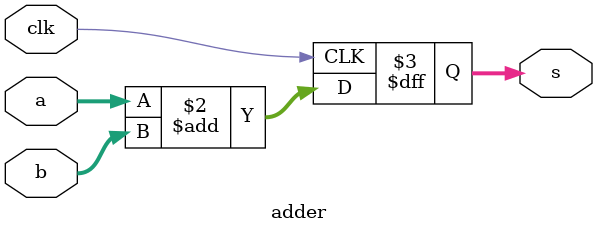
<source format=v>
`timescale 1ns / 1ps


module adder(a,b,s,clk);
input clk;
input signed [15:0] a,b;
output reg signed[15:0] s;

always @(posedge clk)
    begin
        s = a+b;
    end
endmodule

</source>
